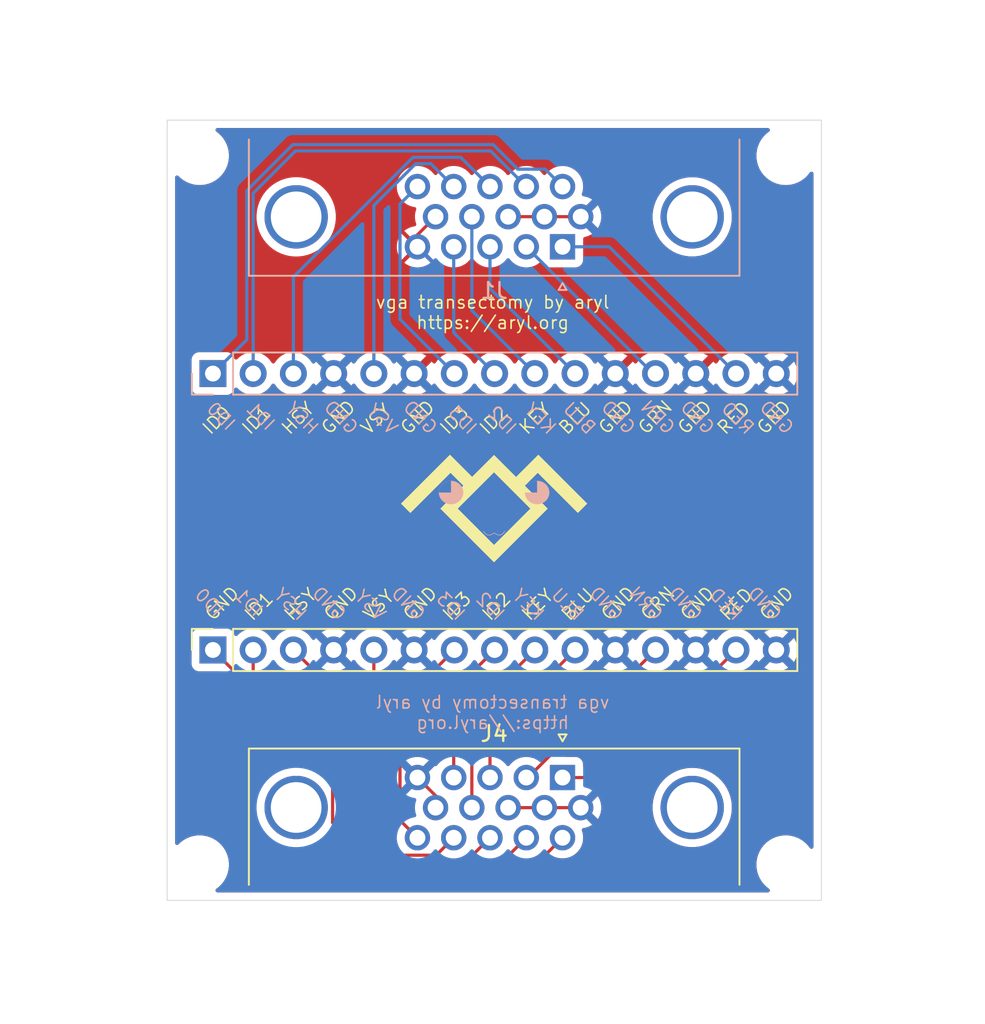
<source format=kicad_pcb>
(kicad_pcb (version 20241229) (generator "pcbnew") (generator_version "9.0")
  (layers (0 "F.Cu" signal) (2 "B.Cu" signal) (13 "F.Paste" user) (15 "B.Paste" user) (5 "F.SilkS" user "F.Silkscreen") (7 "B.SilkS" user "B.Silkscreen") (1 "F.Mask" user) (3 "B.Mask" user) (25 "Edge.Cuts" user))
  (net 0 "")
  (net 1 "Net-(J1-KEY{slash}PWR)")
  (net 2 "Net-(J1-ID2)")
  (net 3 "GND")
  (net 4 "Net-(J1-HSync)")
  (net 5 "Net-(J1-ID1)")
  (net 6 "Net-(J1-BLUE)")
  (net 7 "Net-(J1-RED)")
  (net 8 "Net-(J1-GREEN)")
  (net 9 "Net-(J1-ID0)")
  (net 10 "Net-(J1-VSync)")
  (net 11 "Net-(J1-ID3)")
  (net 12 "Net-(J3-Pin_10)")
  (net 13 "Net-(J3-Pin_7)")
  (net 14 "Net-(J3-Pin_5)")
  (net 15 "Net-(J3-Pin_3)")
  (net 16 "Net-(J3-Pin_1)")
  (net 17 "Net-(J3-Pin_14)")
  (net 18 "Net-(J3-Pin_2)")
  (net 19 "Net-(J3-Pin_8)")
  (net 20 "Net-(J3-Pin_9)")
  (net 21 "Net-(J3-Pin_12)")
  (footprint "ArylsAmazingLibrary:MountingHole_3.2mm_M3_No_Silk" (layer "F.Cu") (at 117.25 119.75)
    (property "Reference" "REF**" (hide yes))
    (property "Value" "MountingHole_3.2mm_M3_No_Silk")
    (pad "" np_thru_hole circle (at 0 0) (size 3.2 3.2) (drill 3.2) (layers "*.Cu" "*.Mask"))
  )
  (footprint "ArylsAmazingLibrary:M3_Screw" (layer "F.Cu") (at 111.85 75.125)
    (property "Reference" "REF**" (hide yes))
    (property "Value" "M3_Screw" (hide yes))
  )
  (footprint "ArylsAmazingLibrary:MountingHole_3.2mm_M3_No_Silk" (layer "F.Cu") (at 154.25 119.75)
    (property "Reference" "REF**" (hide yes))
    (property "Value" "MountingHole_3.2mm_M3_No_Silk")
    (pad "" np_thru_hole circle (at 0 0) (size 3.2 3.2) (drill 3.2) (layers "*.Cu" "*.Mask"))
  )
  (footprint "ArylsAmazingLibrary:MountingHole_3.2mm_M3_No_Silk" (layer "F.Cu") (at 117.25 75)
    (property "Reference" "REF**" (hide yes))
    (property "Value" "MountingHole_3.2mm_M3_No_Silk")
    (pad "" np_thru_hole circle (at 0 0) (size 3.2 3.2) (drill 3.2) (layers "*.Cu" "*.Mask"))
  )
  (footprint "Connector_Dsub:DSUB-15-HD_Socket_Horizontal_P2.29x1.90mm_EdgePinOffset3.03mm_Housed_MountingHolesOffset4.94mm" (layer "F.Cu") (at 140.16 114.25)
    (property "Reference" "J4" (at -4.315 -2.77 0) (layer "F.SilkS"))
    (property "Value" "VGA_Socket")
    (fp_line (start -19.8 -1.83) (end 11.17 -1.83) (stroke (width 0.12)) (layer "F.SilkS"))
    (fp_line (start -19.8 6.77) (end -19.8 -1.83) (stroke (width 0.12)) (layer "F.SilkS"))
    (fp_line (start -0.25 -2.724338) (end 0.25 -2.724338) (stroke (width 0.12)) (layer "F.SilkS"))
    (fp_line (start 0 -2.291325) (end -0.25 -2.724338) (stroke (width 0.12)) (layer "F.SilkS"))
    (fp_line (start 0.25 -2.724338) (end 0 -2.291325) (stroke (width 0.12)) (layer "F.SilkS"))
    (fp_line (start 11.17 -1.83) (end 11.17 6.77) (stroke (width 0.12)) (layer "F.SilkS"))
    (pad "0" thru_hole circle (at -16.815 1.89) (size 4 4) (drill 3.2) (layers "*.Cu" "*.Mask"))
    (pad "0" thru_hole circle (at 8.185 1.89) (size 4 4) (drill 3.2) (layers "*.Cu" "*.Mask"))
    (pad "1" thru_hole rect (at 0 0) (size 1.6 1.6) (drill 1) (layers "*.Cu" "*.Mask") (net 17 "Net-(J3-Pin_14)"))
    (pad "2" thru_hole circle (at -2.29 0) (size 1.6 1.6) (drill 1) (layers "*.Cu" "*.Mask") (net 21 "Net-(J3-Pin_12)"))
    (pad "3" thru_hole circle (at -4.58 0) (size 1.6 1.6) (drill 1) (layers "*.Cu" "*.Mask") (net 12 "Net-(J3-Pin_10)"))
    (pad "4" thru_hole circle (at -6.87 0) (size 1.6 1.6) (drill 1) (layers "*.Cu" "*.Mask") (net 19 "Net-(J3-Pin_8)"))
    (pad "5" thru_hole circle (at -9.16 0) (size 1.6 1.6) (drill 1) (layers "*.Cu" "*.Mask") (net 3 "GND"))
    (pad "6" thru_hole circle (at 1.145 1.9) (size 1.6 1.6) (drill 1) (layers "*.Cu" "*.Mask") (net 3 "GND"))
    (pad "7" thru_hole circle (at -1.145 1.9) (size 1.6 1.6) (drill 1) (layers "*.Cu" "*.Mask") (net 3 "GND"))
    (pad "8" thru_hole circle (at -3.435 1.9) (size 1.6 1.6) (drill 1) (layers "*.Cu" "*.Mask") (net 3 "GND"))
    (pad "9" thru_hole circle (at -5.725 1.9) (size 1.6 1.6) (drill 1) (layers "*.Cu" "*.Mask") (net 20 "Net-(J3-Pin_9)"))
    (pad "10" thru_hole circle (at -8.015 1.9) (size 1.6 1.6) (drill 1) (layers "*.Cu" "*.Mask") (net 3 "GND"))
    (pad "11" thru_hole circle (at 0 3.8) (size 1.6 1.6) (drill 1) (layers "*.Cu" "*.Mask") (net 16 "Net-(J3-Pin_1)"))
    (pad "12" thru_hole circle (at -2.29 3.8) (size 1.6 1.6) (drill 1) (layers "*.Cu" "*.Mask") (net 18 "Net-(J3-Pin_2)"))
    (pad "13" thru_hole circle (at -4.58 3.8) (size 1.6 1.6) (drill 1) (layers "*.Cu" "*.Mask") (net 15 "Net-(J3-Pin_3)"))
    (pad "14" thru_hole circle (at -6.87 3.8) (size 1.6 1.6) (drill 1) (layers "*.Cu" "*.Mask") (net 14 "Net-(J3-Pin_5)"))
    (pad "15" thru_hole circle (at -9.16 3.8) (size 1.6 1.6) (drill 1) (layers "*.Cu" "*.Mask") (net 13 "Net-(J3-Pin_7)"))
  )
  (footprint "Connector_PinSocket_2.54mm:PinSocket_1x15_P2.54mm_Vertical" (layer "F.Cu") (at 118.09 106.196887 90)
    (property "Reference" "J3" (hide yes))
    (property "Value" "Conn_01x15_Socket" (hide yes))
    (fp_line (start 1.33 -1.33) (end 1.33 0) (stroke (width 0.12)) (layer "F.SilkS"))
    (fp_line (start 0 -1.33) (end 1.33 -1.33) (stroke (width 0.12)) (layer "F.SilkS"))
    (fp_line (start 1.33 1.27) (end 1.33 36.89) (stroke (width 0.12)) (layer "F.SilkS"))
    (fp_line (start -1.33 1.27) (end 1.33 1.27) (stroke (width 0.12)) (layer "F.SilkS"))
    (fp_line (start -1.33 1.27) (end -1.33 36.89) (stroke (width 0.12)) (layer "F.SilkS"))
    (fp_line (start -1.33 36.89) (end 1.33 36.89) (stroke (width 0.12)) (layer "F.SilkS"))
    (pad "1" thru_hole rect (at 0 0 90) (size 1.7 1.7) (drill 1) (layers "*.Cu" "*.Mask") (net 16 "Net-(J3-Pin_1)"))
    (pad "2" thru_hole circle (at 0 2.54 90) (size 1.7 1.7) (drill 1) (layers "*.Cu" "*.Mask") (net 18 "Net-(J3-Pin_2)"))
    (pad "3" thru_hole circle (at 0 5.08 90) (size 1.7 1.7) (drill 1) (layers "*.Cu" "*.Mask") (net 15 "Net-(J3-Pin_3)"))
    (pad "4" thru_hole circle (at 0 7.62 90) (size 1.7 1.7) (drill 1) (layers "*.Cu" "*.Mask") (net 3 "GND"))
    (pad "5" thru_hole circle (at 0 10.16 90) (size 1.7 1.7) (drill 1) (layers "*.Cu" "*.Mask") (net 14 "Net-(J3-Pin_5)"))
    (pad "6" thru_hole circle (at 0 12.7 90) (size 1.7 1.7) (drill 1) (layers "*.Cu" "*.Mask") (net 3 "GND"))
    (pad "7" thru_hole circle (at 0 15.24 90) (size 1.7 1.7) (drill 1) (layers "*.Cu" "*.Mask") (net 13 "Net-(J3-Pin_7)"))
    (pad "8" thru_hole circle (at 0 17.78 90) (size 1.7 1.7) (drill 1) (layers "*.Cu" "*.Mask") (net 19 "Net-(J3-Pin_8)"))
    (pad "9" thru_hole circle (at 0 20.32 90) (size 1.7 1.7) (drill 1) (layers "*.Cu" "*.Mask") (net 20 "Net-(J3-Pin_9)"))
    (pad "10" thru_hole circle (at 0 22.86 90) (size 1.7 1.7) (drill 1) (layers "*.Cu" "*.Mask") (net 12 "Net-(J3-Pin_10)"))
    (pad "11" thru_hole circle (at 0 25.4 90) (size 1.7 1.7) (drill 1) (layers "*.Cu" "*.Mask") (net 3 "GND"))
    (pad "12" thru_hole circle (at 0 27.94 90) (size 1.7 1.7) (drill 1) (layers "*.Cu" "*.Mask") (net 21 "Net-(J3-Pin_12)"))
    (pad "13" thru_hole circle (at 0 30.48 90) (size 1.7 1.7) (drill 1) (layers "*.Cu" "*.Mask") (net 3 "GND"))
    (pad "14" thru_hole circle (at 0 33.02 90) (size 1.7 1.7) (drill 1) (layers "*.Cu" "*.Mask") (net 17 "Net-(J3-Pin_14)"))
    (pad "15" thru_hole circle (at 0 35.56 90) (size 1.7 1.7) (drill 1) (layers "*.Cu" "*.Mask") (net 3 "GND"))
  )
  (footprint "ArylsAmazingLibrary:MountingHole_3.2mm_M3_No_Silk" (layer "F.Cu") (at 154.25 75)
    (property "Reference" "REF**" (hide yes))
    (property "Value" "MountingHole_3.2mm_M3_No_Silk")
    (pad "" np_thru_hole circle (at 0 0) (size 3.2 3.2) (drill 3.2) (layers "*.Cu" "*.Mask"))
  )
  (footprint "ArylsAmazingLibrary:BlackLodge" (layer "F.Cu") (at 135.607975 96)
    (property "Reference" "REF**" (hide yes))
    (property "Value" "BlackLodge")
    (fp_poly (pts (xy -2.5 -1) (xy -5.055049 1.555049) (xy -5.649475 0.960623) (xy -3.094426 -1.594426)) (stroke (width -0.000001)) (fill yes) (layer "F.SilkS"))
    (fp_poly (pts (xy -1.142346 -0.718435) (xy -1.700391 -0.160391) (xy -3.114426 -1.574426) (xy -2.556381 -2.132471)) (stroke (width -0.000001)) (fill yes) (layer "F.SilkS"))
    (fp_poly (pts (xy 3.581479 -1.574425) (xy 2.167445 -0.160391) (xy 1.609401 -0.718435) (xy 3.023435 -2.132469)) (stroke (width -0.000001)) (fill yes) (layer "F.SilkS"))
    (fp_poly (pts (xy 6.113525 0.957479) (xy 5.519101 1.551903) (xy 2.964052 -1.003146) (xy 3.558476 -1.597571)) (stroke (width -0.000001)) (fill yes) (layer "F.SilkS"))
    (fp_poly (pts (xy 3.618767 1.275087) (xy 0.226865 4.666989) (xy -3.165037 1.275087) (xy -2.061842 1.275087) (xy 0.226863 3.563791) (xy 2.515569 1.275087) (xy 0.226863 -1.013618) (xy -2.061842 1.275087) (xy -3.165037 1.275087) (xy -3.165039 1.275086) (xy 0.226863 -2.116817)) (stroke (width -0.000001)) (fill yes) (layer "F.SilkS"))
  )
  (footprint "Connector_Dsub:DSUB-15-HD_Socket_Horizontal_P2.29x1.90mm_EdgePinOffset3.03mm_Housed_MountingHolesOffset4.94mm" (layer "B.Cu") (at 140.16 80.746887)
    (property "Reference" "J1" (at -4.315 2.77 0) (layer "B.SilkS") (effects (justify mirror)))
    (property "Value" "VGA_Socket")
    (fp_line (start -19.8 -6.77) (end -19.8 1.83) (stroke (width 0.12)) (layer "B.SilkS"))
    (fp_line (start -19.8 1.83) (end 11.17 1.83) (stroke (width 0.12)) (layer "B.SilkS"))
    (fp_line (start -0.25 2.724338) (end 0.25 2.724338) (stroke (width 0.12)) (layer "B.SilkS"))
    (fp_line (start 0 2.291325) (end -0.25 2.724338) (stroke (width 0.12)) (layer "B.SilkS"))
    (fp_line (start 0.25 2.724338) (end 0 2.291325) (stroke (width 0.12)) (layer "B.SilkS"))
    (fp_line (start 11.17 1.83) (end 11.17 -6.77) (stroke (width 0.12)) (layer "B.SilkS"))
    (pad "0" thru_hole circle (at -16.815 -1.89) (size 4 4) (drill 3.2) (layers "*.Cu" "*.Mask"))
    (pad "0" thru_hole circle (at 8.185 -1.89) (size 4 4) (drill 3.2) (layers "*.Cu" "*.Mask"))
    (pad "1" thru_hole rect (at 0 0) (size 1.6 1.6) (drill 1) (layers "*.Cu" "*.Mask") (net 7 "Net-(J1-RED)"))
    (pad "2" thru_hole circle (at -2.29 0) (size 1.6 1.6) (drill 1) (layers "*.Cu" "*.Mask") (net 8 "Net-(J1-GREEN)"))
    (pad "3" thru_hole circle (at -4.58 0) (size 1.6 1.6) (drill 1) (layers "*.Cu" "*.Mask") (net 6 "Net-(J1-BLUE)"))
    (pad "4" thru_hole circle (at -6.87 0) (size 1.6 1.6) (drill 1) (layers "*.Cu" "*.Mask") (net 2 "Net-(J1-ID2)"))
    (pad "5" thru_hole circle (at -9.16 0) (size 1.6 1.6) (drill 1) (layers "*.Cu" "*.Mask") (net 3 "GND") (thermal_bridge_width 0.1))
    (pad "6" thru_hole circle (at 1.145 -1.9) (size 1.6 1.6) (drill 1) (layers "*.Cu" "*.Mask") (net 3 "GND"))
    (pad "7" thru_hole circle (at -1.145 -1.9) (size 1.6 1.6) (drill 1) (layers "*.Cu" "*.Mask") (net 3 "GND"))
    (pad "8" thru_hole circle (at -3.435 -1.9) (size 1.6 1.6) (drill 1) (layers "*.Cu" "*.Mask") (net 3 "GND"))
    (pad "9" thru_hole circle (at -5.725 -1.9) (size 1.6 1.6) (drill 1) (layers "*.Cu" "*.Mask") (net 1 "Net-(J1-KEY{slash}PWR)"))
    (pad "10" thru_hole circle (at -8.015 -1.9) (size 1.6 1.6) (drill 1) (layers "*.Cu" "*.Mask") (net 3 "GND"))
    (pad "11" thru_hole circle (at 0 -3.8) (size 1.6 1.6) (drill 1) (layers "*.Cu" "*.Mask") (net 9 "Net-(J1-ID0)"))
    (pad "12" thru_hole circle (at -2.29 -3.8) (size 1.6 1.6) (drill 1) (layers "*.Cu" "*.Mask") (net 5 "Net-(J1-ID1)"))
    (pad "13" thru_hole circle (at -4.58 -3.8) (size 1.6 1.6) (drill 1) (layers "*.Cu" "*.Mask") (net 4 "Net-(J1-HSync)"))
    (pad "14" thru_hole circle (at -6.87 -3.8) (size 1.6 1.6) (drill 1) (layers "*.Cu" "*.Mask") (net 10 "Net-(J1-VSync)"))
    (pad "15" thru_hole circle (at -9.16 -3.8) (size 1.6 1.6) (drill 1) (layers "*.Cu" "*.Mask") (net 11 "Net-(J1-ID3)"))
  )
  (footprint "Connector_PinSocket_2.54mm:PinSocket_1x15_P2.54mm_Vertical" (layer "B.Cu") (at 118.09 88.75 -90)
    (property "Reference" "J2" (hide yes))
    (property "Value" "Conn_01x15_Socket")
    (fp_line (start 0 1.33) (end 1.33 1.33) (stroke (width 0.12)) (layer "B.SilkS"))
    (fp_line (start 1.33 1.33) (end 1.33 0) (stroke (width 0.12)) (layer "B.SilkS"))
    (fp_line (start -1.33 -1.27) (end 1.33 -1.27) (stroke (width 0.12)) (layer "B.SilkS"))
    (fp_line (start -1.33 -1.27) (end -1.33 -36.89) (stroke (width 0.12)) (layer "B.SilkS"))
    (fp_line (start 1.33 -1.27) (end 1.33 -36.89) (stroke (width 0.12)) (layer "B.SilkS"))
    (fp_line (start -1.33 -36.89) (end 1.33 -36.89) (stroke (width 0.12)) (layer "B.SilkS"))
    (pad "1" thru_hole rect (at 0 0 270) (size 1.7 1.7) (drill 1) (layers "*.Cu" "*.Mask") (net 9 "Net-(J1-ID0)"))
    (pad "2" thru_hole circle (at 0 -2.54 270) (size 1.7 1.7) (drill 1) (layers "*.Cu" "*.Mask") (net 5 "Net-(J1-ID1)"))
    (pad "3" thru_hole circle (at 0 -5.08 270) (size 1.7 1.7) (drill 1) (layers "*.Cu" "*.Mask") (net 4 "Net-(J1-HSync)"))
    (pad "4" thru_hole circle (at 0 -7.62 270) (size 1.7 1.7) (drill 1) (layers "*.Cu" "*.Mask") (net 3 "GND"))
    (pad "5" thru_hole circle (at 0 -10.16 270) (size 1.7 1.7) (drill 1) (layers "*.Cu" "*.Mask") (net 10 "Net-(J1-VSync)"))
    (pad "6" thru_hole circle (at 0 -12.7 270) (size 1.7 1.7) (drill 1) (layers "*.Cu" "*.Mask") (net 3 "GND"))
    (pad "7" thru_hole circle (at 0 -15.24 270) (size 1.7 1.7) (drill 1) (layers "*.Cu" "*.Mask") (net 11 "Net-(J1-ID3)"))
    (pad "8" thru_hole circle (at 0 -17.78 270) (size 1.7 1.7) (drill 1) (layers "*.Cu" "*.Mask") (net 2 "Net-(J1-ID2)"))
    (pad "9" thru_hole circle (at 0 -20.32 270) (size 1.7 1.7) (drill 1) (layers "*.Cu" "*.Mask") (net 1 "Net-(J1-KEY{slash}PWR)"))
    (pad "10" thru_hole circle (at 0 -22.86 270) (size 1.7 1.7) (drill 1) (layers "*.Cu" "*.Mask") (net 6 "Net-(J1-BLUE)"))
    (pad "11" thru_hole circle (at 0 -25.4 270) (size 1.7 1.7) (drill 1) (layers "*.Cu" "*.Mask") (net 3 "GND"))
    (pad "12" thru_hole circle (at 0 -27.94 270) (size 1.7 1.7) (drill 1) (layers "*.Cu" "*.Mask") (net 8 "Net-(J1-GREEN)"))
    (pad "13" thru_hole circle (at 0 -30.48 270) (size 1.7 1.7) (drill 1) (layers "*.Cu" "*.Mask") (net 3 "GND"))
    (pad "14" thru_hole circle (at 0 -33.02 270) (size 1.7 1.7) (drill 1) (layers "*.Cu" "*.Mask") (net 7 "Net-(J1-RED)"))
    (pad "15" thru_hole circle (at 0 -35.56 270) (size 1.7 1.7) (drill 1) (layers "*.Cu" "*.Mask") (net 3 "GND"))
  )
  (footprint "ArylsAmazingLibrary:q_bey" (layer "B.Cu") (at 135.583333 97 180)
    (property "Reference" "REF**" (hide yes))
    (property "Value" "q_bey" (hide yes))
    (fp_line (start 0.419984 -1.695865) (end 0.398155 -1.726298) (stroke (width 0.028975)) (layer "B.SilkS"))
    (fp_line (start 0.398155 -1.726298) (end 0.376491 -1.754745) (stroke (width 0.028975)) (layer "B.SilkS"))
    (fp_line (start 0.376491 -1.754745) (end 0.354981 -1.781216) (stroke (width 0.028975)) (layer "B.SilkS"))
    (fp_line (start 0.354981 -1.781216) (end 0.333613 -1.805717) (stroke (width 0.028975)) (layer "B.SilkS"))
    (fp_line (start 0.333613 -1.805717) (end 0.312376 -1.828258) (stroke (width 0.028975)) (layer "B.SilkS"))
    (fp_line (start 0.312376 -1.828258) (end 0.291257 -1.848847) (stroke (width 0.028975)) (layer "B.SilkS"))
    (fp_line (start 0.291257 -1.848847) (end 0.270246 -1.867493) (stroke (width 0.028975)) (layer "B.SilkS"))
    (fp_line (start 0.270246 -1.867493) (end 0.24933 -1.884202) (stroke (width 0.028975)) (layer "B.SilkS"))
    (fp_line (start 0.24933 -1.884202) (end 0.228499 -1.898985) (stroke (width 0.028975)) (layer "B.SilkS"))
    (fp_line (start 0.228499 -1.898985) (end 0.20774 -1.911849) (stroke (width 0.028975)) (layer "B.SilkS"))
    (fp_line (start 0.20774 -1.911849) (end 0.187042 -1.922803) (stroke (width 0.028975)) (layer "B.SilkS"))
    (fp_line (start 0.187042 -1.922803) (end 0.166394 -1.931854) (stroke (width 0.028975)) (layer "B.SilkS"))
    (fp_line (start 0.166394 -1.931854) (end 0.145783 -1.939012) (stroke (width 0.028975)) (layer "B.SilkS"))
    (fp_line (start 0.145783 -1.939012) (end 0.125198 -1.944285) (stroke (width 0.028975)) (layer "B.SilkS"))
    (fp_line (start 0.125198 -1.944285) (end 0.104628 -1.94768) (stroke (width 0.028975)) (layer "B.SilkS"))
    (fp_line (start 0.104628 -1.94768) (end 0.084061 -1.949207) (stroke (width 0.028975)) (layer "B.SilkS"))
    (fp_line (start 0.084061 -1.949207) (end 0.063488 -1.948889) (stroke (width 0.028975)) (layer "B.SilkS"))
    (fp_line (start 0.063488 -1.948889) (end 0.042892 -1.947221) (stroke (width 0.028975)) (layer "B.SilkS"))
    (fp_line (start 0.042892 -1.947221) (end 0.022259 -1.944256) (stroke (width 0.028975)) (layer "B.SilkS"))
    (fp_line (start 0.022259 -1.944256) (end 0.00158 -1.940048) (stroke (width 0.028975)) (layer "B.SilkS"))
    (fp_line (start 0.00158 -1.940048) (end -0.019159 -1.934651) (stroke (width 0.028975)) (layer "B.SilkS"))
    (fp_line (start -0.019159 -1.934651) (end -0.039969 -1.928119) (stroke (width 0.028975)) (layer "B.SilkS"))
    (fp_line (start -0.039969 -1.928119) (end -0.060862 -1.920504) (stroke (width 0.028975)) (layer "B.SilkS"))
    (fp_line (start -0.060862 -1.920504) (end -0.081849 -1.911861) (stroke (width 0.028975)) (layer "B.SilkS"))
    (fp_line (start -0.081849 -1.911861) (end -0.102943 -1.902243) (stroke (width 0.028975)) (layer "B.SilkS"))
    (fp_line (start -0.102943 -1.902243) (end -0.124155 -1.891704) (stroke (width 0.028975)) (layer "B.SilkS"))
    (fp_line (start -0.124155 -1.891704) (end -0.145497 -1.880297) (stroke (width 0.028975)) (layer "B.SilkS"))
    (fp_line (start -0.145497 -1.880297) (end -0.16698 -1.868075) (stroke (width 0.028975)) (layer "B.SilkS"))
    (fp_line (start -0.16698 -1.868075) (end -0.188618 -1.855094) (stroke (width 0.028975)) (layer "B.SilkS"))
    (fp_line (start -0.188618 -1.855094) (end -0.21042 -1.841405) (stroke (width 0.028975)) (layer "B.SilkS"))
    (fp_line (start -0.21042 -1.841405) (end -0.254569 -1.812122) (stroke (width 0.028975)) (layer "B.SilkS"))
    (fp_line (start -0.307638 -1.83756) (end -0.263488 -1.808277) (stroke (width 0.028975)) (layer "B.SilkS"))
    (fp_line (start -0.32944 -1.851249) (end -0.307638 -1.83756) (stroke (width 0.028975)) (layer "B.SilkS"))
    (fp_line (start -0.351076 -1.86423) (end -0.32944 -1.851249) (stroke (width 0.028975)) (layer "B.SilkS"))
    (fp_line (start -0.372559 -1.876451) (end -0.351076 -1.86423) (stroke (width 0.028975)) (layer "B.SilkS"))
    (fp_line (start -0.393899 -1.887858) (end -0.372559 -1.876451) (stroke (width 0.028975)) (layer "B.SilkS"))
    (fp_line (start -0.415108 -1.898398) (end -0.393899 -1.887858) (stroke (width 0.028975)) (layer "B.SilkS"))
    (fp_line (start -0.436199 -1.908016) (end -0.415108 -1.898398) (stroke (width 0.028975)) (layer "B.SilkS"))
    (fp_line (start -0.457184 -1.916659) (end -0.436199 -1.908016) (stroke (width 0.028975)) (layer "B.SilkS"))
    (fp_line (start -0.478074 -1.924274) (end -0.457184 -1.916659) (stroke (width 0.028975)) (layer "B.SilkS"))
    (fp_line (start -0.498882 -1.930806) (end -0.478074 -1.924274) (stroke (width 0.028975)) (layer "B.SilkS"))
    (fp_line (start -0.519619 -1.936203) (end -0.498882 -1.930806) (stroke (width 0.028975)) (layer "B.SilkS"))
    (fp_line (start -0.540296 -1.940411) (end -0.519619 -1.936203) (stroke (width 0.028975)) (layer "B.SilkS"))
    (fp_line (start -0.560927 -1.943375) (end -0.540296 -1.940411) (stroke (width 0.028975)) (layer "B.SilkS"))
    (fp_line (start -0.581523 -1.945044) (end -0.560927 -1.943375) (stroke (width 0.028975)) (layer "B.SilkS"))
    (fp_line (start -0.602096 -1.945362) (end -0.581523 -1.945044) (stroke (width 0.028975)) (layer "B.SilkS"))
    (fp_line (start -0.622665 -1.943835) (end -0.602096 -1.945362) (stroke (width 0.028975)) (layer "B.SilkS"))
    (fp_line (start -0.643237 -1.940441) (end -0.622665 -1.943835) (stroke (width 0.028975)) (layer "B.SilkS"))
    (fp_line (start -0.663824 -1.935171) (end -0.643237 -1.940441) (stroke (width 0.028975)) (layer "B.SilkS"))
    (fp_line (start -0.684436 -1.928016) (end -0.663824 -1.935171) (stroke (width 0.028975)) (layer "B.SilkS"))
    (fp_line (start -0.705085 -1.918968) (end -0.684436 -1.928016) (stroke (width 0.028975)) (layer "B.SilkS"))
    (fp_line (start -0.725784 -1.908018) (end -0.705085 -1.918968) (stroke (width 0.028975)) (layer "B.SilkS"))
    (fp_line (start -0.746543 -1.895157) (end -0.725784 -1.908018) (stroke (width 0.028975)) (layer "B.SilkS"))
    (fp_line (start -0.767374 -1.880378) (end -0.746543 -1.895157) (stroke (width 0.028975)) (layer "B.SilkS"))
    (fp_line (start -0.78829 -1.863672) (end -0.767374 -1.880378) (stroke (width 0.028975)) (layer "B.SilkS"))
    (fp_line (start -0.809301 -1.84503) (end -0.78829 -1.863672) (stroke (width 0.028975)) (layer "B.SilkS"))
    (fp_line (start -0.830419 -1.824443) (end -0.809301 -1.84503) (stroke (width 0.028975)) (layer "B.SilkS"))
    (fp_line (start -0.851656 -1.801904) (end -0.830419 -1.824443) (stroke (width 0.028975)) (layer "B.SilkS"))
    (fp_line (start -0.873024 -1.777404) (end -0.851656 -1.801904) (stroke (width 0.028975)) (layer "B.SilkS"))
    (fp_line (start -0.894533 -1.750934) (end -0.873024 -1.777404) (stroke (width 0.028975)) (layer "B.SilkS"))
    (fp_line (start -0.916197 -1.722485) (end -0.894533 -1.750934) (stroke (width 0.028975)) (layer "B.SilkS"))
    (fp_line (start -0.938026 -1.69205) (end -0.916197 -1.722485) (stroke (width 0.028975)) (layer "B.SilkS"))
    (fp_poly (pts (xy 2.460114 0.740452) (xy 3.227525 0.740445) (xy 3.226979 0.712699) (xy 3.225355 0.685148) (xy 3.222666 0.657814) (xy 3.21893 0.630719) (xy 3.214163 0.603888) (xy 3.208379 0.577342) (xy 3.201596 0.551104) (xy 3.193829 0.525198) (xy 3.185095 0.499645) (xy 3.175408 0.47447) (xy 3.164785 0.449695) (xy 3.153243 0.425342) (xy 3.140796 0.401435) (xy 3.127462 0.377996) (xy 3.113256 0.355049) (xy 3.098193 0.332615) (xy 3.08229 0.310719) (xy 3.065563 0.289383) (xy 3.048028 0.268629) (xy 3.029701 0.24848) (xy 3.010598 0.228961) (xy 2.990734 0.210092) (xy 2.970126 0.191897) (xy 2.948789 0.1744) (xy 2.926741 0.157622) (xy 2.903995 0.141587) (xy 2.880569 0.126317) (xy 2.856479 0.111836) (xy 2.83174 0.098166) (xy 2.806369 0.085331) (xy 2.780381 0.073352) (xy 2.753793 0.062253) (xy 2.699555 0.04301) (xy 2.644528 0.027859) (xy 2.588937 0.016757) (xy 2.533006 0.009661) (xy 2.476963 0.006529) (xy 2.421031 0.007317) (xy 2.365437 0.011983) (xy 2.310406 0.020483) (xy 2.256164 0.032776) (xy 2.202936 0.048817) (xy 2.150947 0.068564) (xy 2.100424 0.091974) (xy 2.05159 0.119004) (xy 2.004673 0.149611) (xy 1.959898 0.183753) (xy 1.917489 0.221386) (xy 1.878147 0.261955) (xy 1.842456 0.304787) (xy 1.810459 0.349668) (xy 1.782202 0.396381) (xy 1.757729 0.44471) (xy 1.737085 0.494441) (xy 1.720316 0.545358) (xy 1.707466 0.597244) (xy 1.698579 0.649884) (xy 1.693702 0.703063) (xy 1.692878 0.756564) (xy 1.696152 0.810173) (xy 1.703569 0.863673) (xy 1.715175 0.91685) (xy 1.731014 0.969486) (xy 1.75113 1.021367) (xy 1.775257 1.07166) (xy 1.802967 1.119595) (xy 1.834069 1.165048) (xy 1.868373 1.207897) (xy 1.905686 1.24802) (xy 1.945818 1.285296) (xy 1.988577 1.319601) (xy 2.033773 1.350814) (xy 2.081214 1.378813) (xy 2.13071 1.403475) (xy 2.182068 1.424678) (xy 2.235098 1.442301) (xy 2.289609 1.45622) (xy 2.345409 1.466314) (xy 2.402308 1.47246) (xy 2.460114 1.474537)) (stroke (width 0.005135)) (fill yes) (layer "B.SilkS"))
    (fp_poly (pts (xy -2.973418 0.740452) (xy -2.206001 0.740452) (xy -2.206546 0.712707) (xy -2.20817 0.685155) (xy -2.210859 0.657821) (xy -2.214595 0.630727) (xy -2.219363 0.603895) (xy -2.225146 0.577348) (xy -2.23193 0.551111) (xy -2.239697 0.525204) (xy -2.248432 0.499651) (xy -2.258119 0.474476) (xy -2.268742 0.4497) (xy -2.280285 0.425347) (xy -2.292731 0.40144) (xy -2.306066 0.378001) (xy -2.320273 0.355053) (xy -2.335336 0.332619) (xy -2.351239 0.310722) (xy -2.367966 0.289386) (xy -2.385502 0.268631) (xy -2.403829 0.248483) (xy -2.422933 0.228963) (xy -2.442797 0.210094) (xy -2.463405 0.191899) (xy -2.484742 0.174401) (xy -2.506791 0.157623) (xy -2.529537 0.141588) (xy -2.552963 0.126318) (xy -2.577053 0.111837) (xy -2.601792 0.098167) (xy -2.627164 0.085331) (xy -2.653152 0.073352) (xy -2.67974 0.062253) (xy -2.733979 0.04301) (xy -2.789007 0.027859) (xy -2.8446 0.016757) (xy -2.900532 0.009661) (xy -2.956577 0.006529) (xy -3.01251 0.007317) (xy -3.068106 0.011983) (xy -3.123139 0.020483) (xy -3.177383 0.032776) (xy -3.230613 0.048817) (xy -3.282604 0.068564) (xy -3.33313 0.091974) (xy -3.381965 0.119004) (xy -3.428885 0.149611) (xy -3.473663 0.183753) (xy -3.516074 0.221386) (xy -3.555417 0.261955) (xy -3.59111 0.304787) (xy -3.623108 0.349668) (xy -3.651366 0.396381) (xy -3.675839 0.44471) (xy -3.696483 0.494441) (xy -3.713253 0.545358) (xy -3.726103 0.597244) (xy -3.734989 0.649884) (xy -3.739867 0.703063) (xy -3.740691 0.756564) (xy -3.737416 0.810173) (xy -3.729997 0.863673) (xy -3.718391 0.91685) (xy -3.702551 0.969486) (xy -3.682433 1.021367) (xy -3.658306 1.07166) (xy -3.630596 1.119595) (xy -3.599493 1.165048) (xy -3.565189 1.207897) (xy -3.527875 1.24802) (xy -3.487742 1.285296) (xy -3.444982 1.319601) (xy -3.399784 1.350814) (xy -3.352342 1.378813) (xy -3.302845 1.403475) (xy -3.251485 1.424678) (xy -3.198452 1.442301) (xy -3.143939 1.45622) (xy -3.088136 1.466314) (xy -3.031235 1.47246) (xy -2.973426 1.474537)) (stroke (width 0.005135)) (fill yes) (layer "B.SilkS"))
    (fp_poly (pts (xy 2.5 1.480912) (xy 2.539361 1.478049) (xy 2.578151 1.473334) (xy 2.616319 1.466814) (xy 2.653818 1.458535) (xy 2.690598 1.448545) (xy 2.726612 1.436888) (xy 2.761809 1.423613) (xy 2.796142 1.408766) (xy 2.829562 1.392393) (xy 2.86202 1.37454) (xy 2.893467 1.355256) (xy 2.923855 1.334585) (xy 2.953135 1.312575) (xy 2.981259 1.289272) (xy 3.008177 1.264722) (xy 3.03384 1.238973) (xy 3.058202 1.212072) (xy 3.081211 1.184063) (xy 3.102821 1.154995) (xy 3.122981 1.124913) (xy 3.141644 1.093865) (xy 3.158761 1.061897) (xy 3.174282 1.029055) (xy 3.18816 0.995386) (xy 3.200346 0.960936) (xy 3.210791 0.925753) (xy 3.219445 0.889882) (xy 3.226261 0.853371) (xy 3.23119 0.816266) (xy 3.234184 0.778613) (xy 3.235192 0.74046) (xy 3.234184 0.702307) (xy 3.23119 0.664655) (xy 3.226261 0.62755) (xy 3.219445 0.591039) (xy 3.210791 0.555169) (xy 3.200346 0.519986) (xy 3.18816 0.485536) (xy 3.174282 0.451867) (xy 3.158761 0.419025) (xy 3.141644 0.387056) (xy 3.122981 0.356008) (xy 3.102821 0.325926) (xy 3.081211 0.296857) (xy 3.058202 0.268848) (xy 3.03384 0.241946) (xy 3.008177 0.216197) (xy 2.981259 0.191647) (xy 2.953135 0.168343) (xy 2.923855 0.146332) (xy 2.893467 0.125661) (xy 2.86202 0.106376) (xy 2.829562 0.088523) (xy 2.796142 0.072149) (xy 2.761809 0.057301) (xy 2.726612 0.044026) (xy 2.690598 0.032369) (xy 2.653818 0.022378) (xy 2.616319 0.014099) (xy 2.578151 0.007578) (xy 2.539361 0.002863) (xy 2.5 0) (xy 2.460114 -0.000965) (xy 2.420229 0) (xy 2.380867 0.002863) (xy 2.342078 0.007578) (xy 2.303909 0.014099) (xy 2.266411 0.022378) (xy 2.22963 0.032369) (xy 2.193617 0.044026) (xy 2.15842 0.057301) (xy 2.124087 0.072149) (xy 2.090667 0.088523) (xy 2.058209 0.106376) (xy 2.026761 0.125661) (xy 1.996373 0.146332) (xy 1.967093 0.168343) (xy 1.93897 0.191647) (xy 1.912052 0.216197) (xy 1.886388 0.241946) (xy 1.862027 0.268848) (xy 1.839017 0.296857) (xy 1.817408 0.325926) (xy 1.797247 0.356008) (xy 1.778584 0.387056) (xy 1.761468 0.419025) (xy 1.745946 0.451867) (xy 1.732068 0.485536) (xy 1.719883 0.519986) (xy 1.709438 0.555169) (xy 1.700783 0.591039) (xy 1.693967 0.62755) (xy 1.689038 0.664655) (xy 1.686045 0.702307) (xy 1.685036 0.74046) (xy 1.686045 0.778613) (xy 1.689038 0.816266) (xy 1.693967 0.853371) (xy 1.700783 0.889882) (xy 1.709438 0.925753) (xy 1.719883 0.960936) (xy 1.732068 0.995386) (xy 1.745946 1.029055) (xy 1.761468 1.061897) (xy 1.778584 1.093865) (xy 1.797247 1.124913) (xy 1.817408 1.154995) (xy 1.839017 1.184063) (xy 1.862027 1.212072) (xy 1.886388 1.238973) (xy 1.912052 1.264722) (xy 1.93897 1.289272) (xy 1.967093 1.312575) (xy 1.996373 1.334585) (xy 2.026761 1.355256) (xy 2.058209 1.37454) (xy 2.090667 1.392393) (xy 2.124087 1.408766) (xy 2.15842 1.423613) (xy 2.193617 1.436888) (xy 2.22963 1.448545) (xy 2.266411 1.458535) (xy 2.303909 1.466814) (xy 2.342078 1.473334) (xy 2.380867 1.478049) (xy 2.420229 1.480912) (xy 2.460114 1.481877)) (stroke (width 0.005186)) (fill no) (layer "B.SilkS"))
    (fp_poly (pts (xy -2.933539 1.480912) (xy -2.894176 1.478049) (xy -2.855386 1.473334) (xy -2.817216 1.466814) (xy -2.779716 1.458535) (xy -2.742934 1.448545) (xy -2.70692 1.436888) (xy -2.671721 1.423613) (xy -2.637387 1.408766) (xy -2.603966 1.392393) (xy -2.571508 1.37454) (xy -2.540059 1.355256) (xy -2.50967 1.334585) (xy -2.480389 1.312575) (xy -2.452265 1.289272) (xy -2.425347 1.264722) (xy -2.399682 1.238973) (xy -2.37532 1.212072) (xy -2.35231 1.184063) (xy -2.3307 1.154995) (xy -2.310539 1.124913) (xy -2.291876 1.093865) (xy -2.274758 1.061897) (xy -2.259236 1.029055) (xy -2.245358 0.995386) (xy -2.233172 0.960936) (xy -2.222728 0.925753) (xy -2.214073 0.889882) (xy -2.207256 0.853371) (xy -2.202327 0.816266) (xy -2.199334 0.778613) (xy -2.198325 0.74046) (xy -2.199334 0.702307) (xy -2.202327 0.664655) (xy -2.207256 0.62755) (xy -2.214073 0.591039) (xy -2.222728 0.555169) (xy -2.233172 0.519986) (xy -2.245358 0.485536) (xy -2.259236 0.451867) (xy -2.274758 0.419025) (xy -2.291876 0.387056) (xy -2.310539 0.356008) (xy -2.3307 0.325926) (xy -2.35231 0.296857) (xy -2.37532 0.268848) (xy -2.399682 0.241946) (xy -2.425347 0.216197) (xy -2.452265 0.191647) (xy -2.480389 0.168343) (xy -2.50967 0.146332) (xy -2.540059 0.125661) (xy -2.571508 0.106376) (xy -2.603966 0.088523) (xy -2.637387 0.072149) (xy -2.671721 0.057301) (xy -2.70692 0.044026) (xy -2.742934 0.032369) (xy -2.779716 0.022378) (xy -2.817216 0.014099) (xy -2.855386 0.007578) (xy -2.894176 0.002863) (xy -2.933539 0) (xy -2.973426 -0.000965) (xy -3.013313 0) (xy -3.052676 0.002863) (xy -3.091467 0.007578) (xy -3.129636 0.014099) (xy -3.167136 0.022378) (xy -3.203918 0.032369) (xy -3.239932 0.044026) (xy -3.275131 0.057301) (xy -3.309465 0.072149) (xy -3.342886 0.088523) (xy -3.375345 0.106376) (xy -3.406793 0.125661) (xy -3.437182 0.146332) (xy -3.466463 0.168343) (xy -3.494587 0.191647) (xy -3.521506 0.216197) (xy -3.54717 0.241946) (xy -3.571532 0.268848) (xy -3.594542 0.296857) (xy -3.616152 0.325926) (xy -3.636313 0.356008) (xy -3.654977 0.387056) (xy -3.672094 0.419025) (xy -3.687616 0.451867) (xy -3.701494 0.485536) (xy -3.71368 0.519986) (xy -3.724125 0.555169) (xy -3.73278 0.591039) (xy -3.739596 0.62755) (xy -3.744525 0.664655) (xy -3.747518 0.702307) (xy -3.748527 0.74046) (xy -3.747518 0.778613) (xy -3.744525 0.816266) (xy -3.739596 0.853371) (xy -3.73278 0.889882) (xy -3.724125 0.925753) (xy -3.71368 0.960936) (xy -3.701494 0.995386) (xy -3.687616 1.029055) (xy -3.672094 1.061897) (xy -3.654977 1.093865) (xy -3.636313 1.124913) (xy -3.616152 1.154995) (xy -3.594542 1.184063) (xy -3.571532 1.212072) (xy -3.54717 1.238973) (xy -3.521506 1.264722) (xy -3.494587 1.289272) (xy -3.466463 1.312575) (xy -3.437182 1.334585) (xy -3.406793 1.355256) (xy -3.375345 1.37454) (xy -3.342886 1.392393) (xy -3.309465 1.408766) (xy -3.275131 1.423613) (xy -3.239932 1.436888) (xy -3.203918 1.448545) (xy -3.167136 1.458535) (xy -3.129636 1.466814) (xy -3.091467 1.473334) (xy -3.052676 1.478049) (xy -3.013313 1.480912) (xy -2.973426 1.481877)) (stroke (width 0.005186)) (fill no) (layer "B.SilkS"))
  )
  (gr_rect (start 115.2 72.75) (end 156.5 122) (stroke (width 0.05)) (fill no) (layer "Edge.Cuts"))
  (gr_text "ID2" (at 135.429515 92.75 45) (layer "F.SilkS") (effects (font (size 0.8 0.8) (thickness 0.1)) (justify left bottom)))
  (gr_text "RED" (at 150.429515 92.75 45) (layer "F.SilkS") (effects (font (size 0.8 0.8) (thickness 0.1)) (justify left bottom)))
  (gr_text "BLU" (at 140.429515 92.75 45) (layer "F.SilkS") (effects (font (size 0.8 0.8) (thickness 0.1)) (justify left bottom)))
  (gr_text "KEY" (at 138.09 104.5 45) (layer "F.SilkS") (effects (font (size 0.8 0.8) (thickness 0.1)) (justify left bottom)))
  (gr_text "GND" (at 153.09 104.5 45) (layer "F.SilkS") (effects (font (size 0.8 0.8) (thickness 0.1)) (justify left bottom)))
  (gr_text "HSY" (at 123.09 104.5 45) (layer "F.SilkS") (effects (font (size 0.8 0.8) (thickness 0.1)) (justify left bottom)))
  (gr_text "GND" (at 148.09 104.5 45) (layer "F.SilkS") (effects (font (size 0.8 0.8) (thickness 0.1)) (justify left bottom)))
  (gr_text "GND" (at 130.59 104.5 45) (layer "F.SilkS") (effects (font (size 0.8 0.8) (thickness 0.1)) (justify left bottom)))
  (gr_text "GND" (at 118.09 104.5 45) (layer "F.SilkS") (effects (font (size 0.8 0.8) (thickness 0.1)) (justify left bottom)))
  (gr_text "GND" (at 143.09 104.5 45) (layer "F.SilkS") (effects (font (size 0.8 0.8) (thickness 0.1)) (justify left bottom)))
  (gr_text "HSY" (at 122.929515 92.75 45) (layer "F.SilkS") (effects (font (size 0.8 0.8) (thickness 0.1)) (justify left bottom)))
  (gr_text "GRN" (at 145.429515 92.75 45) (layer "F.SilkS") (effects (font (size 0.8 0.8) (thickness 0.1)) (justify left bottom)))
  (gr_text "BLU" (at 140.59 104.5 45) (layer "F.SilkS") (effects (font (size 0.8 0.8) (thickness 0.1)) (justify left bottom)))
  (gr_text "KEY" (at 137.929515 92.75 45) (layer "F.SilkS") (effects (font (size 0.8 0.8) (thickness 0.1)) (justify left bottom)))
  (gr_text "GND" (at 130.429515 92.75 45) (layer "F.SilkS") (effects (font (size 0.8 0.8) (thickness 0.1)) (justify left bottom)))
  (gr_text "VSY" (at 127.929515 92.75 45) (layer "F.SilkS") (effects (font (size 0.8 0.8) (thickness 0.1)) (justify left bottom)))
  (gr_text "ID1\n" (at 120.429515 92.75 45) (layer "F.SilkS") (effects (font (size 0.8 0.8) (thickness 0.1)) (justify left bottom)))
  (gr_text "GND" (at 125.429515 92.75 45) (layer "F.SilkS") (effects (font (size 0.8 0.8) (thickness 0.1)) (justify left bottom)))
  (gr_text "vga transectomy by aryl\nhttps://aryl.org" (at 135.75 86 -0) (layer "F.SilkS") (effects (font (size 0.8 0.8) (thickness 0.1)) (justify bottom)))
  (gr_text "ID2" (at 135.59 104.5 45) (layer "F.SilkS") (effects (font (size 0.8 0.8) (thickness 0.1)) (justify left bottom)))
  (gr_text "GND" (at 125.59 104.5 45) (layer "F.SilkS") (effects (font (size 0.8 0.8) (thickness 0.1)) (justify left bottom)))
  (gr_text "GRN" (at 145.59 104.5 45) (layer "F.SilkS") (effects (font (size 0.8 0.8) (thickness 0.1)) (justify left bottom)))
  (gr_text "GND" (at 152.929515 92.75 45) (layer "F.SilkS") (effects (font (size 0.8 0.8) (thickness 0.1)) (justify left bottom)))
  (gr_text "RED" (at 150.59 104.5 45) (layer "F.SilkS") (effects (font (size 0.8 0.8) (thickness 0.1)) (justify left bottom)))
  (gr_text "VSY" (at 128.09 104.5 45) (layer "F.SilkS") (effects (font (size 0.8 0.8) (thickness 0.1)) (justify left bottom)))
  (gr_text "ID3" (at 132.929515 92.75 45) (layer "F.SilkS") (effects (font (size 0.8 0.8) (thickness 0.1)) (justify left bottom)))
  (gr_text "ID3" (at 133.09 104.5 45) (layer "F.SilkS") (effects (font (size 0.8 0.8) (thickness 0.1)) (justify left bottom)))
  (gr_text "ID1\n" (at 120.59 104.5 45) (layer "F.SilkS") (effects (font (size 0.8 0.8) (thickness 0.1)) (justify left bottom)))
  (gr_text "ID0" (at 117.929515 92.75 45) (layer "F.SilkS") (effects (font (size 0.8 0.8) (thickness 0.1)) (justify left bottom)))
  (gr_text "GND" (at 147.929515 92.75 45) (layer "F.SilkS") (effects (font (size 0.8 0.8) (thickness 0.1)) (justify left bottom)))
  (gr_text "GND" (at 142.929515 92.75 45) (layer "F.SilkS") (effects (font (size 0.8 0.8) (thickness 0.1)) (justify left bottom)))
  (gr_text "GND" (at 148.5 104.5 315) (layer "B.SilkS") (effects (font (size 0.8 0.8) (thickness 0.1)) (justify left bottom mirror)))
  (gr_text "ID3" (at 134.25 92.75 315) (layer "B.SilkS") (effects (font (size 0.8 0.8) (thickness 0.1)) (justify left bottom mirror)))
  (gr_text "RED" (at 151 104.5 315) (layer "B.SilkS") (effects (font (size 0.8 0.8) (thickness 0.1)) (justify left bottom mirror)))
  (gr_text "KEY" (at 138.5 104.5 315) (layer "B.SilkS") (effects (font (size 0.8 0.8) (thickness 0.1)) (justify left bottom mirror)))
  (gr_text "KEY" (at 139.25 92.75 315) (layer "B.SilkS") (effects (font (size 0.8 0.8) (thickness 0.1)) (justify left bottom mirror)))
  (gr_text "GND" (at 144.25 92.75 315) (layer "B.SilkS") (effects (font (size 0.8 0.8) (thickness 0.1)) (justify left bottom mirror)))
  (gr_text "GND" (at 154.25 92.75 -45) (layer "B.SilkS") (effects (font (size 0.8 0.8) (thickness 0.1)) (justify left bottom mirror)))
  (gr_text "GND" (at 143.5 104.5 315) (layer "B.SilkS") (effects (font (size 0.8 0.8) (thickness 0.1)) (justify left bottom mirror)))
  (gr_text "VSY" (at 129.25 92.75 315) (layer "B.SilkS") (effects (font (size 0.8 0.8) (thickness 0.1)) (justify left bottom mirror)))
  (gr_text "HSY" (at 124.25 92.75 315) (layer "B.SilkS") (effects (font (size 0.8 0.8) (thickness 0.1)) (justify left bottom mirror)))
  (gr_text "vga transectomy by aryl\nhttps://aryl.org" (at 135.75 111.25 0) (layer "B.SilkS") (effects (font (size 0.8 0.8) (thickness 0.1)) (justify bottom mirror)))
  (gr_text "VSY" (at 128.5 104.5 315) (layer "B.SilkS") (effects (font (size 0.8 0.8) (thickness 0.1)) (justify left bottom mirror)))
  (gr_text "GRN" (at 146 104.5 315) (layer "B.SilkS") (effects (font (size 0.8 0.8) (thickness 0.1)) (justify left bottom mirror)))
  (gr_text "GND" (at 153.5 104.5 -45) (layer "B.SilkS") (effects (font (size 0.8 0.8) (thickness 0.1)) (justify left bottom mirror)))
  (gr_text "ID0" (at 118.25 104.25 315) (layer "B.SilkS") (effects (font (size 0.8 0.8) (thickness 0.1)) (justify left bottom mirror)))
  (gr_text "ID3" (at 133.5 104.5 315) (layer "B.SilkS") (effects (font (size 0.8 0.8) (thickness 0.1)) (justify left bottom mirror)))
  (gr_text "GND" (at 131.75 92.75 315) (layer "B.SilkS") (effects (font (size 0.8 0.8) (thickness 0.1)) (justify left bottom mirror)))
  (gr_text "ID2" (at 136.75 92.75 -45) (layer "B.SilkS") (effects (font (size 0.8 0.8) (thickness 0.1)) (justify left bottom mirror)))
  (gr_text "RED" (at 151.75 92.75 315) (layer "B.SilkS") (effects (font (size 0.8 0.8) (thickness 0.1)) (justify left bottom mirror)))
  (gr_text "BLU" (at 141.75 92.75 315) (layer "B.SilkS") (effects (font (size 0.8 0.8) (thickness 0.1)) (justify left bottom mirror)))
  (gr_text "ID1" (at 121.5 92.5 315) (layer "B.SilkS") (effects (font (size 0.8 0.8) (thickness 0.1)) (justify left bottom mirror)))
  (gr_text "ID2" (at 136 104.5 -45) (layer "B.SilkS") (effects (font (size 0.8 0.8) (thickness 0.1)) (justify left bottom mirror)))
  (gr_text "GND" (at 126 104.5 315) (layer "B.SilkS") (effects (font (size 0.8 0.8) (thickness 0.1)) (justify left bottom mirror)))
  (gr_text "ID0" (at 119 92.5 315) (layer "B.SilkS") (effects (font (size 0.8 0.8) (thickness 0.1)) (justify left bottom mirror)))
  (gr_text "GND" (at 131 104.5 315) (layer "B.SilkS") (effects (font (size 0.8 0.8) (thickness 0.1)) (justify left bottom mirror)))
  (gr_text "GND" (at 149.25 92.75 315) (layer "B.SilkS") (effects (font (size 0.8 0.8) (thickness 0.1)) (justify left bottom mirror)))
  (gr_text "ID1" (at 120.75 104.25 315) (layer "B.SilkS") (effects (font (size 0.8 0.8) (thickness 0.1)) (justify left bottom mirror)))
  (gr_text "GND" (at 126.75 92.75 315) (layer "B.SilkS") (effects (font (size 0.8 0.8) (thickness 0.1)) (justify left bottom mirror)))
  (gr_text "GRN" (at 146.75 92.75 315) (layer "B.SilkS") (effects (font (size 0.8 0.8) (thickness 0.1)) (justify left bottom mirror)))
  (gr_text "BLU" (at 141 104.5 315) (layer "B.SilkS") (effects (font (size 0.8 0.8) (thickness 0.1)) (justify left bottom mirror)))
  (gr_text "HSY" (at 123.5 104.5 315) (layer "B.SilkS") (effects (font (size 0.8 0.8) (thickness 0.1)) (justify left bottom mirror)))
  (segment (start 138.41 88.75) (end 134.435 84.775) (width 0.2) (layer "B.Cu") (net 1))
  (segment (start 134.435 84.775) (end 134.435 78.846887) (width 0.2) (layer "B.Cu") (net 1))
  (segment (start 133.29 80.746887) (end 133.29 86.17) (width 0.2) (layer "B.Cu") (net 2))
  (segment (start 133.29 86.17) (end 135.87 88.75) (width 0.2) (layer "B.Cu") (net 2))
  (segment (start 131 114.25) (end 132.145 115.395) (width 0.2) (layer "F.Cu") (net 3))
  (segment (start 136.725 116.15) (end 141.305 116.15) (width 0.2) (layer "F.Cu") (net 3))
  (segment (start 132.145 78.846887) (end 131 79.991887) (width 0.2) (layer "F.Cu") (net 3))
  (segment (start 132.145 115.395) (end 132.145 116.15) (width 0.2) (layer "F.Cu") (net 3))
  (segment (start 136.725 78.846887) (end 141.305 78.846887) (width 0.2) (layer "F.Cu") (net 3))
  (segment (start 131 79.991887) (end 131 80.746887) (width 0.2) (layer "F.Cu") (net 3))
  (segment (start 130.723737 75.099) (end 133.732113 75.099) (width 0.2) (layer "B.Cu") (net 4))
  (segment (start 123.17 88.75) (end 123.17 82.652737) (width 0.2) (layer "B.Cu") (net 4))
  (segment (start 133.732113 75.099) (end 135.58 76.946887) (width 0.2) (layer "B.Cu") (net 4))
  (segment (start 123.17 82.652737) (end 130.723737 75.099) (width 0.2) (layer "B.Cu") (net 4))
  (segment (start 123.302 74.698) (end 135.621113 74.698) (width 0.2) (layer "B.Cu") (net 5))
  (segment (start 120.63 88.75) (end 120.63 77.37) (width 0.2) (layer "B.Cu") (net 5))
  (segment (start 135.621113 74.698) (end 137.87 76.946887) (width 0.2) (layer "B.Cu") (net 5))
  (segment (start 120.63 77.37) (end 123.302 74.698) (width 0.2) (layer "B.Cu") (net 5))
  (segment (start 140.95 88.75) (end 135.58 83.38) (width 0.2) (layer "B.Cu") (net 6))
  (segment (start 135.58 83.38) (end 135.58 80.746887) (width 0.2) (layer "B.Cu") (net 6))
  (segment (start 143.106887 80.746887) (end 151.11 88.75) (width 0.2) (layer "B.Cu") (net 7))
  (segment (start 140.16 80.746887) (end 143.106887 80.746887) (width 0.2) (layer "B.Cu") (net 7))
  (segment (start 137.87 80.746887) (end 145.873113 88.75) (width 0.2) (layer "B.Cu") (net 8))
  (segment (start 145.873113 88.75) (end 146.03 88.75) (width 0.2) (layer "B.Cu") (net 8))
  (segment (start 139.059 75.845887) (end 140.16 76.946887) (width 0.2) (layer "B.Cu") (net 9))
  (segment (start 135.787213 74.297) (end 137.3361 75.845887) (width 0.2) (layer "B.Cu") (net 9))
  (segment (start 123.1359 74.297) (end 135.787213 74.297) (width 0.2) (layer "B.Cu") (net 9))
  (segment (start 120.229 86.611) (end 120.229 77.2039) (width 0.2) (layer "B.Cu") (net 9))
  (segment (start 120.229 77.2039) (end 123.1359 74.297) (width 0.2) (layer "B.Cu") (net 9))
  (segment (start 118.09 88.75) (end 120.229 86.611) (width 0.2) (layer "B.Cu") (net 9))
  (segment (start 137.3361 75.845887) (end 139.059 75.845887) (width 0.2) (layer "B.Cu") (net 9))
  (segment (start 131.843113 75.5) (end 133.29 76.946887) (width 0.2) (layer "B.Cu") (net 10))
  (segment (start 128.25 78.139837) (end 130.889837 75.5) (width 0.2) (layer "B.Cu") (net 10))
  (segment (start 128.25 88.75) (end 128.25 78.139837) (width 0.2) (layer "B.Cu") (net 10))
  (segment (start 130.889837 75.5) (end 131.843113 75.5) (width 0.2) (layer "B.Cu") (net 10))
  (segment (start 129.899 85.319) (end 129.899 78.047887) (width 0.2) (layer "B.Cu") (net 11))
  (segment (start 129.899 78.047887) (end 131 76.946887) (width 0.2) (layer "B.Cu") (net 11))
  (segment (start 133.33 88.75) (end 129.899 85.319) (width 0.2) (layer "B.Cu") (net 11))
  (segment (start 140.95 106.196887) (end 135.58 111.566887) (width 0.2) (layer "F.Cu") (net 12))
  (segment (start 135.58 111.566887) (end 135.58 114.25) (width 0.2) (layer "F.Cu") (net 12))
  (segment (start 133.33 106.196887) (end 129.899 109.627887) (width 0.2) (layer "F.Cu") (net 13))
  (segment (start 129.899 116.949) (end 131 118.05) (width 0.2) (layer "F.Cu") (net 13))
  (segment (start 129.899 109.627887) (end 129.899 116.949) (width 0.2) (layer "F.Cu") (net 13))
  (segment (start 129.901 119.151) (end 128.25 117.5) (width 0.2) (layer "F.Cu") (net 14))
  (segment (start 128.25 117.5) (end 128.25 106.196887) (width 0.2) (layer "F.Cu") (net 14))
  (segment (start 133.29 118.05) (end 132.189 119.151) (width 0.2) (layer "F.Cu") (net 14))
  (segment (start 132.189 119.151) (end 129.901 119.151) (width 0.2) (layer "F.Cu") (net 14))
  (segment (start 128.104894 119.552) (end 125.646 117.093106) (width 0.2) (layer "F.Cu") (net 15))
  (segment (start 125.646 117.093106) (end 125.646 108.672887) (width 0.2) (layer "F.Cu") (net 15))
  (segment (start 125.646 108.672887) (end 123.17 106.196887) (width 0.2) (layer "F.Cu") (net 15))
  (segment (start 134.078 119.552) (end 128.104894 119.552) (width 0.2) (layer "F.Cu") (net 15))
  (segment (start 135.58 118.05) (end 134.078 119.552) (width 0.2) (layer "F.Cu") (net 15))
  (segment (start 120 118.25) (end 120 108.106887) (width 0.2) (layer "F.Cu") (net 16))
  (segment (start 122.104 120.354) (end 120 118.25) (width 0.2) (layer "F.Cu") (net 16))
  (segment (start 137.856 120.354) (end 122.104 120.354) (width 0.2) (layer "F.Cu") (net 16))
  (segment (start 140.16 118.05) (end 137.856 120.354) (width 0.2) (layer "F.Cu") (net 16))
  (segment (start 120 108.106887) (end 118.09 106.196887) (width 0.2) (layer "F.Cu") (net 16))
  (segment (start 151.11 106.196887) (end 143.056887 114.25) (width 0.2) (layer "F.Cu") (net 17))
  (segment (start 143.056887 114.25) (end 140.16 114.25) (width 0.2) (layer "F.Cu") (net 17))
  (segment (start 135.967 119.953) (end 122.703 119.953) (width 0.2) (layer "F.Cu") (net 18))
  (segment (start 120.63 117.88) (end 120.63 106.196887) (width 0.2) (layer "F.Cu") (net 18))
  (segment (start 122.703 119.953) (end 120.63 117.88) (width 0.2) (layer "F.Cu") (net 18))
  (segment (start 137.87 118.05) (end 135.967 119.953) (width 0.2) (layer "F.Cu") (net 18))
  (segment (start 133.29 108.776887) (end 133.29 114.25) (width 0.2) (layer "F.Cu") (net 19))
  (segment (start 135.87 106.196887) (end 133.29 108.776887) (width 0.2) (layer "F.Cu") (net 19))
  (segment (start 138.41 106.196887) (end 134.435 110.171887) (width 0.2) (layer "F.Cu") (net 20))
  (segment (start 134.435 110.171887) (end 134.435 116.15) (width 0.2) (layer "F.Cu") (net 20))
  (segment (start 137.976887 114.25) (end 137.87 114.25) (width 0.2) (layer "F.Cu") (net 21))
  (segment (start 146.03 106.196887) (end 137.976887 114.25) (width 0.2) (layer "F.Cu") (net 21))
  (zone (net 3) (net_name "GND") (layer "F.Cu") (priority 1) (connect_pads (clearance 0.5)) (min_thickness 0.25) (fill yes (thermal_gap 0.5) (thermal_bridge_width 0.5))
    (polygon (pts (xy 156.5 72.75) (xy 156.5 122) (xy 115 122) (xy 115 72.75)))
  )
  (zone (net 3) (net_name "GND") (layer "B.Cu") (connect_pads (clearance 0.5)) (min_thickness 0.25) (fill yes (thermal_gap 0.5) (thermal_bridge_width 0.5))
    (polygon (pts (xy 156.5 72.75) (xy 156.5 122) (xy 115 122) (xy 115 72.75)))
  )
)
</source>
